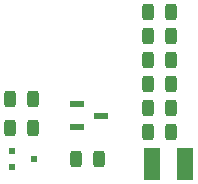
<source format=gtp>
G04 #@! TF.GenerationSoftware,KiCad,Pcbnew,6.0.5-a6ca702e91~116~ubuntu20.04.1*
G04 #@! TF.CreationDate,2022-05-16T19:37:38+02:00*
G04 #@! TF.ProjectId,1w-grove-v0.1,31772d67-726f-4766-952d-76302e312e6b,rev?*
G04 #@! TF.SameCoordinates,Original*
G04 #@! TF.FileFunction,Paste,Top*
G04 #@! TF.FilePolarity,Positive*
%FSLAX46Y46*%
G04 Gerber Fmt 4.6, Leading zero omitted, Abs format (unit mm)*
G04 Created by KiCad (PCBNEW 6.0.5-a6ca702e91~116~ubuntu20.04.1) date 2022-05-16 19:37:38*
%MOMM*%
%LPD*%
G01*
G04 APERTURE LIST*
G04 Aperture macros list*
%AMRoundRect*
0 Rectangle with rounded corners*
0 $1 Rounding radius*
0 $2 $3 $4 $5 $6 $7 $8 $9 X,Y pos of 4 corners*
0 Add a 4 corners polygon primitive as box body*
4,1,4,$2,$3,$4,$5,$6,$7,$8,$9,$2,$3,0*
0 Add four circle primitives for the rounded corners*
1,1,$1+$1,$2,$3*
1,1,$1+$1,$4,$5*
1,1,$1+$1,$6,$7*
1,1,$1+$1,$8,$9*
0 Add four rect primitives between the rounded corners*
20,1,$1+$1,$2,$3,$4,$5,0*
20,1,$1+$1,$4,$5,$6,$7,0*
20,1,$1+$1,$6,$7,$8,$9,0*
20,1,$1+$1,$8,$9,$2,$3,0*%
G04 Aperture macros list end*
%ADD10RoundRect,0.243750X0.243750X0.456250X-0.243750X0.456250X-0.243750X-0.456250X0.243750X-0.456250X0*%
%ADD11RoundRect,0.243750X-0.243750X-0.456250X0.243750X-0.456250X0.243750X0.456250X-0.243750X0.456250X0*%
%ADD12R,0.550000X0.600000*%
%ADD13R,1.300000X0.600000*%
%ADD14R,1.370000X2.720000*%
G04 APERTURE END LIST*
D10*
X95425500Y-62484000D03*
X93550500Y-62484000D03*
D11*
X93550500Y-68580000D03*
X95425500Y-68580000D03*
D12*
X82006000Y-72248000D03*
X82006000Y-73548000D03*
X83856000Y-72898000D03*
D13*
X87469000Y-68265000D03*
X87469000Y-70165000D03*
X89569000Y-69215000D03*
D11*
X81866500Y-70231000D03*
X83741500Y-70231000D03*
X87454500Y-72898000D03*
X89329500Y-72898000D03*
X93550500Y-66548000D03*
X95425500Y-66548000D03*
X93550500Y-64516000D03*
X95425500Y-64516000D03*
D10*
X95425500Y-60452000D03*
X93550500Y-60452000D03*
X83741500Y-67818000D03*
X81866500Y-67818000D03*
D14*
X93829000Y-73279000D03*
X96671000Y-73279000D03*
D10*
X95425500Y-70612000D03*
X93550500Y-70612000D03*
M02*

</source>
